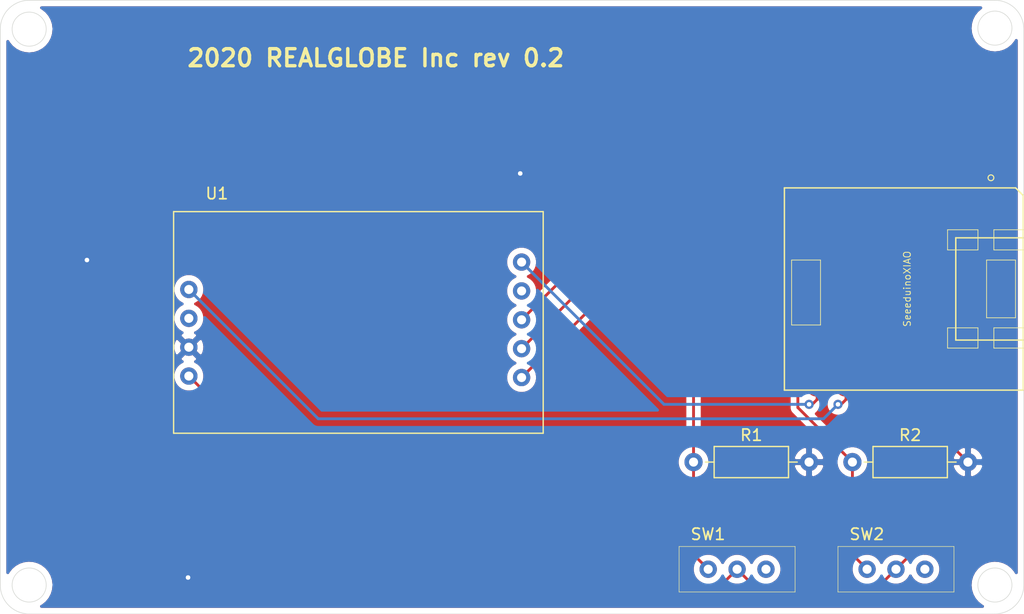
<source format=kicad_pcb>
(kicad_pcb (version 20171130) (host pcbnew "(5.1.2-1)-1")
  (layers (0 F.Cu signal hide) (31 B.Cu signal hide) (34 B.Paste user) (35 F.Paste user) (36 B.SilkS user) (37 F.SilkS user) (38 B.Mask user) (39 F.Mask user) (44 Edge.Cuts user))
  (net 0 "")
  (net 1 "Net-(R1-Pad1)")
  (net 2 GND)
  (net 3 "Net-(R2-Pad1)")
  (net 4 "Net-(U1-Pad7)")
  (net 5 "Net-(U1-Pad6)")
  (net 6 "Net-(U1-Pad5)")
  (net 7 "Net-(U1-Pad4)")
  (net 8 "Net-(U1-Pad3)")
  (net 9 "Net-(U1-Pad1)")
  (net 10 "Net-(U1-Pad2)")
  (net 11 "Net-(U2-Pad11)")
  (net 12 "Net-(U2-Pad10)")
  (net 13 "Net-(U2-Pad15)")
  (net 14 "Net-(U2-Pad16)")
  (net 15 "Net-(U2-Pad17)")
  (net 16 "Net-(U2-Pad18)")
  (net 17 "Net-(U2-Pad19)")
  (net 18 "Net-(U2-Pad20)")
  (net 19 "Net-(SW1-Pad3)")
  (net 20 "Net-(SW2-Pad3)")
  (net 21 "Net-(U2-Pad2)")
  (net 22 "Net-(U2-Pad1)")
  (net 23 +5V)
  (net 24 "Net-(U2-Pad12)")
  (module "Seeeduino XIAO:Seeeduino XIAO-MOUDLE14P-2.54-21X17.8MM" (layer F.Cu) (at 68.95 16.51 270)
    (fp_text reference U2 (at 9.3345 -21.7805 90) (layer F.SilkS) (effects (font (size 0.889 0.889) (thickness 0.1016))))
    (fp_text value SeeeduinoXIAO (at 8.89 -10.795 90) (layer F.SilkS) (effects (font (size 0.6096 0.6096) (thickness 0.0762))))
    (fp_line (start 6.35 -17.78) (end 11.43 -17.78) (layer F.SilkS) (width 0.06604))
    (fp_line (start 11.43 -17.78) (end 11.43 -20.32) (layer F.SilkS) (width 0.06604))
    (fp_line (start 6.35 -20.32) (end 11.43 -20.32) (layer F.SilkS) (width 0.06604))
    (fp_line (start 6.35 -17.78) (end 6.35 -20.32) (layer F.SilkS) (width 0.06604))
    (fp_line (start 6.35 -0.635) (end 12.065 -0.635) (layer F.SilkS) (width 0.06604))
    (fp_line (start 12.065 -0.635) (end 12.065 -3.175) (layer F.SilkS) (width 0.06604))
    (fp_line (start 6.35 -3.175) (end 12.065 -3.175) (layer F.SilkS) (width 0.06604))
    (fp_line (start 6.35 -0.635) (end 6.35 -3.175) (layer F.SilkS) (width 0.06604))
    (fp_line (start 3.683 -18.415) (end 5.461 -18.415) (layer F.SilkS) (width 0.06604))
    (fp_line (start 5.461 -18.415) (end 5.461 -21.082) (layer F.SilkS) (width 0.06604))
    (fp_line (start 3.683 -21.082) (end 5.461 -21.082) (layer F.SilkS) (width 0.06604))
    (fp_line (start 3.683 -18.415) (end 3.683 -21.082) (layer F.SilkS) (width 0.06604))
    (fp_line (start 3.683 -14.34846) (end 5.461 -14.34846) (layer F.SilkS) (width 0.06604))
    (fp_line (start 5.461 -14.34846) (end 5.461 -17.018) (layer F.SilkS) (width 0.06604))
    (fp_line (start 3.683 -17.018) (end 5.461 -17.018) (layer F.SilkS) (width 0.06604))
    (fp_line (start 3.683 -14.34846) (end 3.683 -17.018) (layer F.SilkS) (width 0.06604))
    (fp_line (start 12.319 -14.34846) (end 14.097 -14.34846) (layer F.SilkS) (width 0.06604))
    (fp_line (start 14.097 -14.34846) (end 14.097 -17.018) (layer F.SilkS) (width 0.06604))
    (fp_line (start 12.319 -17.018) (end 14.097 -17.018) (layer F.SilkS) (width 0.06604))
    (fp_line (start 12.319 -14.34846) (end 12.319 -17.018) (layer F.SilkS) (width 0.06604))
    (fp_line (start 12.319 -18.415) (end 14.097 -18.415) (layer F.SilkS) (width 0.06604))
    (fp_line (start 14.097 -18.415) (end 14.097 -21.082) (layer F.SilkS) (width 0.06604))
    (fp_line (start 12.319 -21.082) (end 14.097 -21.082) (layer F.SilkS) (width 0.06604))
    (fp_line (start 12.319 -18.415) (end 12.319 -21.082) (layer F.SilkS) (width 0.06604))
    (fp_line (start 0 0) (end 17.79778 0) (layer F.SilkS) (width 0.127))
    (fp_line (start 17.79778 0) (end 17.79778 -20.99818) (layer F.SilkS) (width 0.127))
    (fp_line (start 17.79778 -20.99818) (end 0.67056 -20.99818) (layer F.SilkS) (width 0.127))
    (fp_line (start 0.67056 -20.99818) (end 0 -20.32762) (layer F.SilkS) (width 0.127))
    (fp_line (start 0 -20.32762) (end 0 0) (layer F.SilkS) (width 0.127))
    (fp_line (start 4.39928 -22.42312) (end 13.39342 -22.42312) (layer F.SilkS) (width 0.127))
    (fp_line (start 13.39342 -22.42312) (end 13.39342 -15.06982) (layer F.SilkS) (width 0.127))
    (fp_line (start 13.39342 -15.06982) (end 4.3942 -15.06982) (layer F.SilkS) (width 0.127))
    (fp_line (start 4.3942 -15.06982) (end 4.3942 -22.42312) (layer F.SilkS) (width 0.127))
    (fp_circle (center -0.889 -18.161) (end -0.889 -18.415) (layer F.SilkS) (width 0.1))
    (pad 20 smd circle (at 10.238803 -16.264187) (size 1.143 1.143) (layers F.Cu F.Paste F.Mask) (net 18 "Net-(U2-Pad20)"))
    (pad 19 smd circle (at 7.698803 -16.264187) (size 1.143 1.143) (layers F.Cu F.Paste F.Mask) (net 17 "Net-(U2-Pad19)"))
    (pad 18 smd circle (at 10.238803 -18.804187) (size 1.143 1.143) (layers F.Cu F.Paste F.Mask) (net 16 "Net-(U2-Pad18)"))
    (pad 17 smd circle (at 7.698803 -18.804187) (size 1.143 1.143) (layers F.Cu F.Paste F.Mask) (net 15 "Net-(U2-Pad17)"))
    (pad 16 smd oval (at 10.25 -1.8) (size 2.032 1.016) (layers F.Cu F.Paste F.Mask) (net 14 "Net-(U2-Pad16)"))
    (pad 15 smd oval (at 7.7 -1.8) (size 2.032 1.016) (layers F.Cu F.Paste F.Mask) (net 13 "Net-(U2-Pad15)"))
    (pad 1 smd oval (at 0.83312 -18.11782 270) (size 2.74828 1.99898) (layers F.Cu F.Paste F.Mask) (net 22 "Net-(U2-Pad1)"))
    (pad 2 smd oval (at 0.83312 -15.57782 270) (size 2.74828 1.99898) (layers F.Cu F.Paste F.Mask) (net 21 "Net-(U2-Pad2)"))
    (pad 3 smd oval (at 0.83312 -13.03782 270) (size 2.74828 1.99898) (layers F.Cu F.Paste F.Mask) (net 3 "Net-(R2-Pad1)"))
    (pad 4 smd oval (at 0.83312 -10.49782 270) (size 2.74828 1.99898) (layers F.Cu F.Paste F.Mask) (net 1 "Net-(R1-Pad1)"))
    (pad 5 smd oval (at 0.83312 -7.95782 270) (size 2.74828 1.99898) (layers F.Cu F.Paste F.Mask) (net 6 "Net-(U1-Pad5)"))
    (pad 6 smd oval (at 0.83312 -5.41782 270) (size 2.74828 1.99898) (layers F.Cu F.Paste F.Mask) (net 7 "Net-(U1-Pad4)"))
    (pad 7 smd oval (at 0.83312 -2.87782 270) (size 2.74828 1.99898) (layers F.Cu F.Paste F.Mask) (net 8 "Net-(U1-Pad3)"))
    (pad 8 smd oval (at 16.99768 -2.87782 270) (size 2.74828 1.99898) (layers F.Cu F.Paste F.Mask) (net 9 "Net-(U1-Pad1)"))
    (pad 9 smd oval (at 16.99768 -5.41782 270) (size 2.74828 1.99898) (layers F.Cu F.Paste F.Mask) (net 5 "Net-(U1-Pad6)"))
    (pad 10 smd oval (at 16.99768 -7.95782 270) (size 2.74828 1.99898) (layers F.Cu F.Paste F.Mask) (net 12 "Net-(U2-Pad10)"))
    (pad 11 smd oval (at 16.99768 -10.49782 270) (size 2.74828 1.99898) (layers F.Cu F.Paste F.Mask) (net 11 "Net-(U2-Pad11)"))
    (pad 12 smd oval (at 16.99768 -13.03782 270) (size 2.74828 1.99898) (layers F.Cu F.Paste F.Mask) (net 24 "Net-(U2-Pad12)"))
    (pad 13 smd oval (at 16.99768 -15.57782 270) (size 2.74828 1.99898) (layers F.Cu F.Paste F.Mask) (net 2 GND))
    (pad 14 smd oval (at 16.99768 -18.11782 270) (size 2.74828 1.99898) (layers F.Cu F.Paste F.Mask) (net 23 +5V))
  )
  (module Resistor_THT:R_Axial_DIN0207_L6.3mm_D2.5mm_P10.16mm_Horizontal (layer F.Cu) (at 60.96 40.64)
    (fp_text reference R1 (at 5.08 -2.37) (layer F.SilkS))
    (fp_text value R)
    (fp_line (start 9.12 0) (end 8.35 0) (layer F.SilkS) (width 0.12))
    (fp_line (start 1.04 0) (end 1.81 0) (layer F.SilkS) (width 0.12))
    (fp_line (start 8.35 -1.37) (end 1.81 -1.37) (layer F.SilkS) (width 0.12))
    (fp_line (start 8.35 1.37) (end 8.35 -1.37) (layer F.SilkS) (width 0.12))
    (fp_line (start 1.81 1.37) (end 8.35 1.37) (layer F.SilkS) (width 0.12))
    (fp_line (start 1.81 -1.37) (end 1.81 1.37) (layer F.SilkS) (width 0.12))
    (pad 2 thru_hole oval (at 10.16 0) (size 1.6 1.6) (drill 0.8) (layers *.Cu *.Mask) (net 2 GND))
    (pad 1 thru_hole circle (at 0 0) (size 1.6 1.6) (drill 0.8) (layers *.Cu *.Mask) (net 1 "Net-(R1-Pad1)"))
  )
  (module Resistor_THT:R_Axial_DIN0207_L6.3mm_D2.5mm_P10.16mm_Horizontal (layer F.Cu) (at 74.93 40.64)
    (fp_text reference R2 (at 5.08 -2.37) (layer F.SilkS))
    (fp_text value R)
    (fp_line (start 9.12 0) (end 8.35 0) (layer F.SilkS) (width 0.12))
    (fp_line (start 1.04 0) (end 1.81 0) (layer F.SilkS) (width 0.12))
    (fp_line (start 8.35 -1.37) (end 1.81 -1.37) (layer F.SilkS) (width 0.12))
    (fp_line (start 8.35 1.37) (end 8.35 -1.37) (layer F.SilkS) (width 0.12))
    (fp_line (start 1.81 1.37) (end 8.35 1.37) (layer F.SilkS) (width 0.12))
    (fp_line (start 1.81 -1.37) (end 1.81 1.37) (layer F.SilkS) (width 0.12))
    (pad 2 thru_hole oval (at 10.16 0) (size 1.6 1.6) (drill 0.8) (layers *.Cu *.Mask) (net 2 GND))
    (pad 1 thru_hole circle (at 0 0) (size 1.6 1.6) (drill 0.8) (layers *.Cu *.Mask) (net 3 "Net-(R2-Pad1)"))
  )
  (module Mylib:SW_SLIDE_sengoku (layer F.Cu) (at 59.69 52.07)
    (fp_text reference SW1 (at 2.54 -5.08) (layer F.SilkS))
    (fp_text value SW_SPDT)
    (fp_line (start 0 -4) (end 0 0) (layer F.SilkS) (width 0.05))
    (fp_line (start 10.2 -4) (end 10.2 0) (layer F.SilkS) (width 0.05))
    (fp_line (start 10.2 -4) (end 0 -4) (layer F.SilkS) (width 0.05))
    (fp_line (start 10.2 0) (end 0 0) (layer F.SilkS) (width 0.05))
    (pad 1 thru_hole circle (at 2.56 -2) (size 1.524 1.524) (drill 0.8) (layers *.Cu *.Mask) (net 1 "Net-(R1-Pad1)"))
    (pad 2 thru_hole circle (at 5.1 -2) (size 1.524 1.524) (drill 0.8) (layers *.Cu *.Mask) (net 23 +5V))
    (pad 3 thru_hole circle (at 7.64 -2) (size 1.524 1.524) (drill 0.8) (layers *.Cu *.Mask) (net 19 "Net-(SW1-Pad3)"))
  )
  (module Mylib:SW_SLIDE_sengoku (layer F.Cu) (at 73.66 52.07)
    (fp_text reference SW2 (at 2.54 -5.08) (layer F.SilkS))
    (fp_text value SW_SPDT)
    (fp_line (start 0 -4) (end 0 0) (layer F.SilkS) (width 0.05))
    (fp_line (start 10.2 -4) (end 10.2 0) (layer F.SilkS) (width 0.05))
    (fp_line (start 10.2 -4) (end 0 -4) (layer F.SilkS) (width 0.05))
    (fp_line (start 10.2 0) (end 0 0) (layer F.SilkS) (width 0.05))
    (pad 1 thru_hole circle (at 2.56 -2) (size 1.524 1.524) (drill 0.8) (layers *.Cu *.Mask) (net 3 "Net-(R2-Pad1)"))
    (pad 2 thru_hole circle (at 5.1 -2) (size 1.524 1.524) (drill 0.8) (layers *.Cu *.Mask) (net 23 +5V))
    (pad 3 thru_hole circle (at 7.64 -2) (size 1.524 1.524) (drill 0.8) (layers *.Cu *.Mask) (net 20 "Net-(SW2-Pad3)"))
  )
  (module MH-Z19B:MH-Z19B (layer F.Cu) (at 15.24 38.1)
    (fp_text reference U1 (at 3.81 -21.09) (layer F.SilkS))
    (fp_text value MH-Z19B)
    (fp_line (start 0 -19.5) (end 32.5 -19.5) (layer F.SilkS) (width 0.12))
    (fp_line (start 0 0) (end 32.5 0) (layer F.SilkS) (width 0.12))
    (fp_line (start 32.5 0) (end 32.5 -19.5) (layer F.SilkS) (width 0.12))
    (fp_line (start 0 0) (end 0 -19.5) (layer F.SilkS) (width 0.12))
    (pad 9 thru_hole circle (at 1.34 -5.03) (size 1.524 1.524) (drill 0.8) (layers *.Cu *.Mask) (net 23 +5V))
    (pad 8 thru_hole circle (at 1.34 -7.57) (size 1.524 1.524) (drill 0.8) (layers *.Cu *.Mask) (net 2 GND))
    (pad 7 thru_hole circle (at 1.34 -10.11) (size 1.524 1.524) (drill 0.8) (layers *.Cu *.Mask) (net 4 "Net-(U1-Pad7)"))
    (pad 6 thru_hole circle (at 1.34 -12.65) (size 1.524 1.524) (drill 0.8) (layers *.Cu *.Mask) (net 5 "Net-(U1-Pad6)"))
    (pad 5 thru_hole circle (at 30.6 -4.9) (size 1.524 1.524) (drill 0.8) (layers *.Cu *.Mask) (net 6 "Net-(U1-Pad5)"))
    (pad 4 thru_hole circle (at 30.6 -7.44) (size 1.524 1.524) (drill 0.8) (layers *.Cu *.Mask) (net 7 "Net-(U1-Pad4)"))
    (pad 3 thru_hole circle (at 30.6 -9.98) (size 1.524 1.524) (drill 0.8) (layers *.Cu *.Mask) (net 8 "Net-(U1-Pad3)"))
    (pad 2 thru_hole circle (at 30.6 -12.52) (size 1.524 1.524) (drill 0.8) (layers *.Cu *.Mask) (net 10 "Net-(U1-Pad2)"))
    (pad 1 thru_hole circle (at 30.6 -15.06) (size 1.524 1.524) (drill 0.8) (layers *.Cu *.Mask) (net 9 "Net-(U1-Pad1)"))
  )
  (gr_arc (start 87.46 2.54) (end 87.46 0) (angle 90) (layer Edge.Cuts) (width 0.05))
  (gr_arc (start 87.46 51.46) (end 90 51.46) (angle 90) (layer Edge.Cuts) (width 0.05))
  (gr_arc (start 2.54 51.46) (end 0 51.46) (angle -90) (layer Edge.Cuts) (width 0.05))
  (gr_circle (center 2.54 2.54) (end 4.04 2.54) (layer Edge.Cuts) (width 0.05))
  (gr_arc (start 2.54 2.54) (end 2.54 0) (angle -90) (layer Edge.Cuts) (width 0.05))
  (gr_text "2020 REALGLOBE Inc rev 0.2" (at 33.02 5.08) (layer F.SilkS) (effects (font (size 1.5 1.5) (thickness 0.3))))
  (gr_circle (center 2.54 51.46) (end 4.04 51.46) (layer Edge.Cuts) (width 0.05))
  (gr_circle (center 87.46 2.45) (end 88.96 2.45) (layer Edge.Cuts) (width 0.05))
  (gr_circle (center 87.46 51.46) (end 88.96 51.46) (layer Edge.Cuts) (width 0.05))
  (gr_line (start 2.54 54) (end 87.46 54) (layer Edge.Cuts) (width 0.05))
  (gr_line (start 90 2.54) (end 90 51.46) (layer Edge.Cuts) (width 0.05))
  (gr_line (start 0 2.54) (end 0 51.46) (layer Edge.Cuts) (width 0.05))
  (gr_line (start 2.54 0) (end 87.46 0) (layer Edge.Cuts) (width 0.05))
  (segment (start 79.44782 17.71777) (end 79.44782 17.34312) (width 0.25) (layer F.Cu) (net 1))
  (segment (start 75.57559 21.59) (end 79.44782 17.71777) (width 0.25) (layer F.Cu) (net 1))
  (segment (start 69.85 21.59) (end 75.57559 21.59) (width 0.25) (layer F.Cu) (net 1))
  (segment (start 60.96 30.48) (end 69.85 21.59) (width 0.25) (layer F.Cu) (net 1))
  (segment (start 60.96 40.64) (end 60.96 30.48) (width 0.25) (layer F.Cu) (net 1))
  (segment (start 60.96 48.78) (end 62.25 50.07) (width 0.25) (layer F.Cu) (net 1))
  (segment (start 60.96 40.64) (end 60.96 48.78) (width 0.25) (layer F.Cu) (net 1))
  (via (at 7.62 22.86) (size 0.8) (drill 0.4) (layers F.Cu B.Cu) (net 2))
  (via (at 45.72 15.24) (size 0.8) (drill 0.4) (layers F.Cu B.Cu) (net 2))
  (via (at 16.51 50.8) (size 0.8) (drill 0.4) (layers F.Cu B.Cu) (net 2))
  (segment (start 84.15782 39.70782) (end 85.09 40.64) (width 0.25) (layer F.Cu) (net 2))
  (segment (start 84.15782 33.50768) (end 84.15782 39.70782) (width 0.25) (layer F.Cu) (net 2))
  (segment (start 74.130001 39.840001) (end 74.93 40.64) (width 0.25) (layer F.Cu) (net 3))
  (segment (start 81.61782 17.71777) (end 70.13332 29.20227) (width 0.25) (layer F.Cu) (net 3))
  (segment (start 70.13332 35.84332) (end 74.130001 39.840001) (width 0.25) (layer F.Cu) (net 3))
  (segment (start 70.13332 29.20227) (end 70.13332 35.84332) (width 0.25) (layer F.Cu) (net 3))
  (segment (start 81.61782 17.34312) (end 81.61782 17.71777) (width 0.25) (layer F.Cu) (net 3))
  (segment (start 74.93 48.78) (end 76.22 50.07) (width 0.25) (layer F.Cu) (net 3))
  (segment (start 74.93 40.64) (end 74.93 48.78) (width 0.25) (layer F.Cu) (net 3))
  (segment (start 74.36782 35.13182) (end 73.93964 35.56) (width 0.25) (layer F.Cu) (net 5))
  (segment (start 74.36782 33.50768) (end 74.36782 35.13182) (width 0.25) (layer F.Cu) (net 5))
  (segment (start 73.93964 35.56) (end 73.66 35.56) (width 0.25) (layer F.Cu) (net 5))
  (via (at 73.66 35.56) (size 0.8) (drill 0.4) (layers F.Cu B.Cu) (net 5))
  (segment (start 16.58 25.45) (end 27.96 36.83) (width 0.25) (layer B.Cu) (net 5))
  (segment (start 27.96 36.83) (end 72.39 36.83) (width 0.25) (layer B.Cu) (net 5))
  (segment (start 72.39 36.83) (end 73.66 35.56) (width 0.25) (layer B.Cu) (net 5))
  (segment (start 73.4856 21.13999) (end 76.90782 17.71777) (width 0.25) (layer F.Cu) (net 6))
  (segment (start 57.90001 21.13999) (end 73.4856 21.13999) (width 0.25) (layer F.Cu) (net 6))
  (segment (start 76.90782 17.71777) (end 76.90782 17.34312) (width 0.25) (layer F.Cu) (net 6))
  (segment (start 45.84 33.2) (end 57.90001 21.13999) (width 0.25) (layer F.Cu) (net 6))
  (segment (start 74.36782 17.71777) (end 74.36782 17.34312) (width 0.25) (layer F.Cu) (net 7))
  (segment (start 55.81002 20.68998) (end 71.39561 20.68998) (width 0.25) (layer F.Cu) (net 7))
  (segment (start 71.39561 20.68998) (end 74.36782 17.71777) (width 0.25) (layer F.Cu) (net 7))
  (segment (start 45.84 30.66) (end 55.81002 20.68998) (width 0.25) (layer F.Cu) (net 7))
  (segment (start 45.84 28.12) (end 53.72003 20.23997) (width 0.25) (layer F.Cu) (net 8))
  (segment (start 53.72003 20.23997) (end 55.62362 20.23997) (width 0.25) (layer F.Cu) (net 8))
  (segment (start 68.58 20.23997) (end 69.85 20.23997) (width 0.25) (layer F.Cu) (net 8))
  (segment (start 69.93003 20.23997) (end 72.39 17.78) (width 0.25) (layer F.Cu) (net 8))
  (segment (start 69.85 20.23997) (end 69.93003 20.23997) (width 0.25) (layer F.Cu) (net 8))
  (segment (start 55.62362 20.23997) (end 68.58 20.23997) (width 0.25) (layer F.Cu) (net 8))
  (segment (start 71.82782 35.13182) (end 71.39964 35.56) (width 0.25) (layer F.Cu) (net 9))
  (segment (start 71.82782 33.50768) (end 71.82782 35.13182) (width 0.25) (layer F.Cu) (net 9))
  (segment (start 71.39964 35.56) (end 71.12 35.56) (width 0.25) (layer F.Cu) (net 9))
  (via (at 71.12 35.56) (size 0.8) (drill 0.4) (layers F.Cu B.Cu) (net 9))
  (segment (start 45.84 23.04) (end 58.36 35.56) (width 0.25) (layer B.Cu) (net 9))
  (segment (start 58.36 35.56) (end 71.12 35.56) (width 0.25) (layer B.Cu) (net 9))
  (segment (start 87.06782 41.76218) (end 87.06782 33.50768) (width 0.25) (layer F.Cu) (net 23))
  (segment (start 78.76 50.07) (end 87.06782 41.76218) (width 0.25) (layer F.Cu) (net 23))
  (segment (start 64.79 50.07) (end 66.79 52.07) (width 0.25) (layer F.Cu) (net 23))
  (segment (start 76.76 52.07) (end 78.76 50.07) (width 0.25) (layer F.Cu) (net 23))
  (segment (start 66.79 52.07) (end 76.76 52.07) (width 0.25) (layer F.Cu) (net 23))
  (segment (start 35.58 52.07) (end 16.58 33.07) (width 0.25) (layer F.Cu) (net 23))
  (segment (start 62.79 52.07) (end 35.58 52.07) (width 0.25) (layer F.Cu) (net 23))
  (segment (start 64.79 50.07) (end 62.79 52.07) (width 0.25) (layer F.Cu) (net 23))
  (zone (net 2) (net_name GND) (layer B.Cu) (connect_pads (clearance 0.508)) (min_thickness 0.254) (fill yes (arc_segments 32) (thermal_gap 0.508) (thermal_bridge_width 0.508))
    (polygon (pts (xy 91.44 -1.27) (xy 91.44 55.88) (xy -2.54 55.88) (xy -2.54 -1.27)))
  )
  (zone (net 2) (net_name GND) (layer F.Cu) (connect_pads (clearance 0.508)) (min_thickness 0.254) (fill yes (arc_segments 32) (thermal_gap 0.508) (thermal_bridge_width 0.508))
    (polygon (pts (xy 92.71 -2.54) (xy 92.71 57.15) (xy -2.54 55.88) (xy -2.54 -2.54)))
  )
)
</source>
